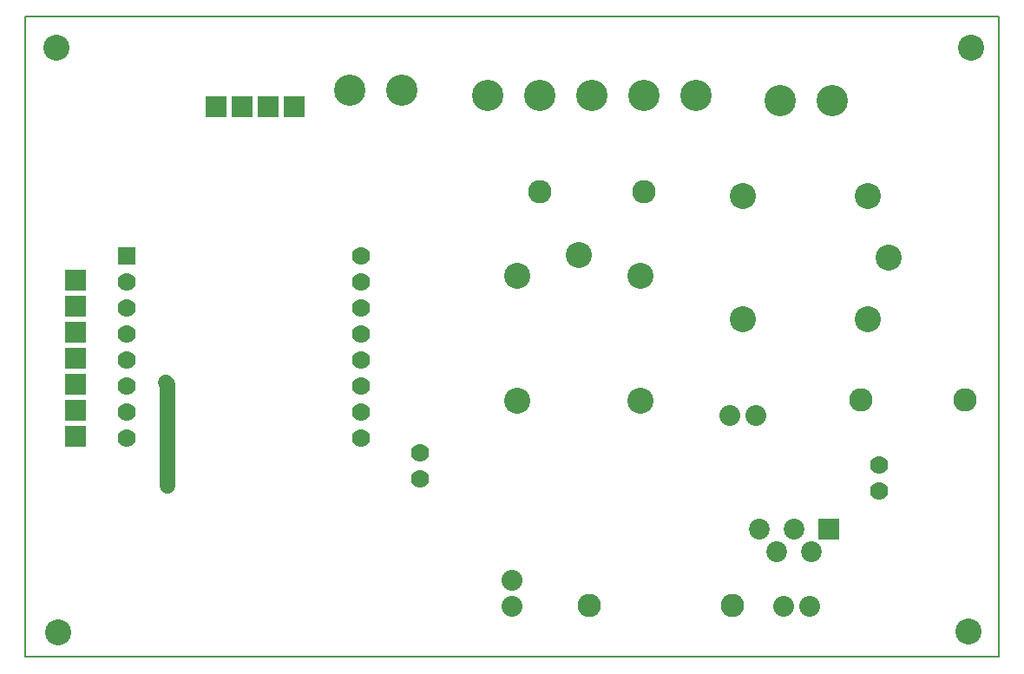
<source format=gbr>
G04 PROTEUS GERBER X2 FILE*
%TF.GenerationSoftware,Labcenter,Proteus,8.9-SP2-Build28501*%
%TF.CreationDate,2023-07-27T06:52:36+00:00*%
%TF.FileFunction,Copper,L1,Top*%
%TF.FilePolarity,Positive*%
%TF.Part,Single*%
%TF.SameCoordinates,{a6dc1c72-05ea-40b1-9d21-e55aeb3cbc9d}*%
%FSLAX45Y45*%
%MOMM*%
G01*
%TA.AperFunction,Conductor*%
%ADD10C,1.524000*%
%TA.AperFunction,ViaPad*%
%ADD11C,1.270000*%
%TA.AperFunction,ComponentPad*%
%ADD12R,1.778000X1.778000*%
%ADD13C,1.778000*%
%TA.AperFunction,ComponentPad*%
%ADD14C,2.540000*%
%ADD15C,3.048000*%
%TA.AperFunction,ComponentPad*%
%ADD16C,2.032000*%
%TA.AperFunction,ComponentPad*%
%ADD17R,2.020000X2.020000*%
%ADD18C,2.020000*%
%TA.AperFunction,ComponentPad*%
%ADD19C,2.286000*%
%TA.AperFunction,ComponentPad*%
%ADD70R,2.032000X2.032000*%
%TA.AperFunction,OtherPad,Unknown*%
%ADD71C,2.540000*%
%TA.AperFunction,Profile*%
%ADD20C,0.203200*%
%TD.AperFunction*%
D10*
X+1387466Y-4576600D02*
X+1387466Y-3586000D01*
X+1370533Y-3569067D01*
D11*
X+1387466Y-4576600D03*
X+1370533Y-3569067D03*
D12*
X+990000Y-2340000D03*
D13*
X+990000Y-2594000D03*
X+990000Y-2848000D03*
X+990000Y-3102000D03*
X+990000Y-3356000D03*
X+990000Y-3610000D03*
X+990000Y-3864000D03*
X+990000Y-4118000D03*
X+3276000Y-2340000D03*
X+3276000Y-2594000D03*
X+3276000Y-2848000D03*
X+3276000Y-3102000D03*
X+3276000Y-3356000D03*
X+3276000Y-3610000D03*
X+3276000Y-3864000D03*
X+3276000Y-4118000D03*
D14*
X+8220000Y-2950000D03*
X+8220000Y-1750000D03*
X+8420000Y-2350000D03*
X+7000000Y-2950000D03*
X+7000000Y-1750000D03*
D15*
X+4514000Y-770000D03*
X+5022000Y-770000D03*
X+5530000Y-770000D03*
X+6038000Y-770000D03*
X+6546000Y-770000D03*
D16*
X+7654000Y-5760000D03*
X+7400000Y-5760000D03*
D17*
X+7840000Y-5000000D03*
D18*
X+7670000Y-5220000D03*
X+7500000Y-5000000D03*
X+7330000Y-5220000D03*
X+7160000Y-5000000D03*
D16*
X+7124000Y-3890000D03*
X+6870000Y-3890000D03*
X+4750000Y-5754000D03*
X+4750000Y-5500000D03*
D13*
X+3849302Y-4260000D03*
X+3849302Y-4514000D03*
D19*
X+5500000Y-5750000D03*
X+6897000Y-5750000D03*
X+8154000Y-3740000D03*
X+9170000Y-3740000D03*
D13*
X+8330000Y-4380000D03*
X+8330000Y-4634000D03*
D14*
X+6000000Y-2530000D03*
X+4800000Y-2530000D03*
X+5400000Y-2330000D03*
X+6000000Y-3750000D03*
X+4800000Y-3750000D03*
D19*
X+5014000Y-1710000D03*
X+6030000Y-1710000D03*
D70*
X+2624000Y-880000D03*
X+2370000Y-880000D03*
X+2116000Y-880000D03*
X+1862000Y-880000D03*
X+490000Y-4094000D03*
X+490000Y-3840000D03*
X+490000Y-3586000D03*
X+490000Y-3332000D03*
X+490000Y-3078000D03*
X+490000Y-2824000D03*
X+490000Y-2570000D03*
D15*
X+7360000Y-820000D03*
X+7868000Y-820000D03*
X+3160000Y-720000D03*
X+3668000Y-720000D03*
D71*
X+320000Y-6010000D03*
X+300000Y-300000D03*
X+9200000Y-6000000D03*
X+9230000Y-300000D03*
D20*
X+0Y-6250000D02*
X+9500000Y-6250000D01*
X+9500000Y+0D01*
X+0Y+0D01*
X+0Y-6250000D01*
M02*

</source>
